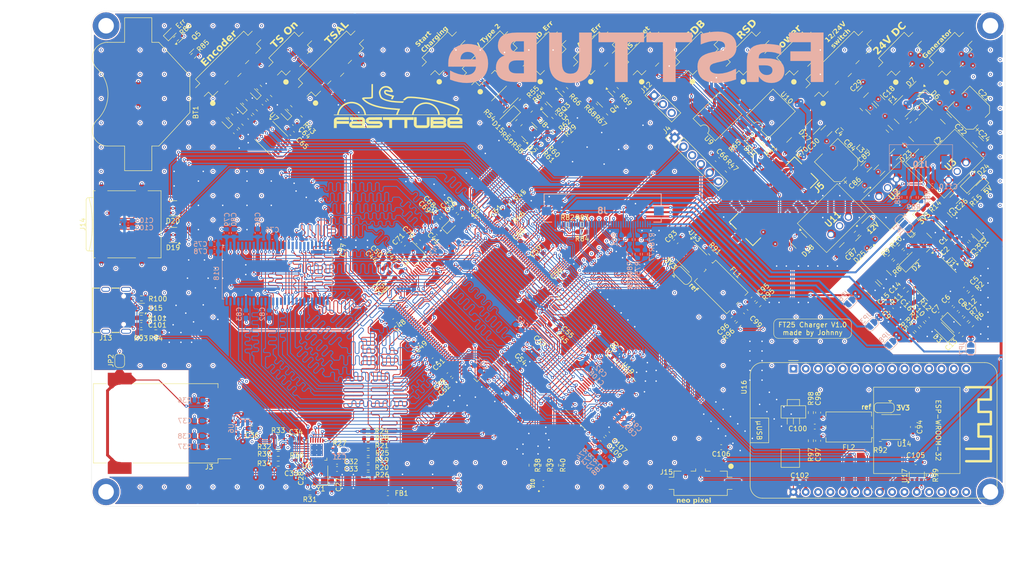
<source format=kicad_pcb>
(kicad_pcb
	(version 20241229)
	(generator "pcbnew")
	(generator_version "9.0")
	(general
		(thickness 1.6238)
		(legacy_teardrops no)
	)
	(paper "A4")
	(layers
		(0 "F.Cu" signal)
		(4 "In1.Cu" power)
		(6 "In2.Cu" power)
		(2 "B.Cu" signal)
		(9 "F.Adhes" user "F.Adhesive")
		(11 "B.Adhes" user "B.Adhesive")
		(13 "F.Paste" user)
		(15 "B.Paste" user)
		(5 "F.SilkS" user "F.Silkscreen")
		(7 "B.SilkS" user "B.Silkscreen")
		(1 "F.Mask" user)
		(3 "B.Mask" user)
		(17 "Dwgs.User" user "User.Drawings")
		(19 "Cmts.User" user "User.Comments")
		(21 "Eco1.User" user "User.Eco1")
		(23 "Eco2.User" user "User.Eco2")
		(25 "Edge.Cuts" user)
		(27 "Margin" user)
		(31 "F.CrtYd" user "F.Courtyard")
		(29 "B.CrtYd" user "B.Courtyard")
		(35 "F.Fab" user)
		(33 "B.Fab" user)
		(39 "User.1" user)
		(41 "User.2" user)
		(43 "User.3" user)
		(45 "User.4" user)
		(47 "User.5" user)
		(49 "User.6" user)
		(51 "User.7" user)
		(53 "User.8" user)
		(55 "User.9" user)
	)
	(setup
		(stackup
			(layer "F.SilkS"
				(type "Top Silk Screen")
			)
			(layer "F.Paste"
				(type "Top Solder Paste")
			)
			(layer "F.Mask"
				(type "Top Solder Mask")
				(thickness 0.01)
			)
			(layer "F.Cu"
				(type "copper")
				(thickness 0.035)
			)
			(layer "dielectric 1"
				(type "prepreg")
				(thickness 0.0994)
				(material "FR4")
				(epsilon_r 4.1)
				(loss_tangent 0.02)
			)
			(layer "In1.Cu"
				(type "copper")
				(thickness 0.035)
			)
			(layer "dielectric 2"
				(type "core")
				(thickness 1.265)
				(material "FR4")
				(epsilon_r 4.5)
				(loss_tangent 0.02)
			)
			(layer "In2.Cu"
				(type "copper")
				(thickness 0.035)
			)
			(layer "dielectric 3"
				(type "prepreg")
				(thickness 0.0994)
				(material "FR4")
				(epsilon_r 4.1)
				(loss_tangent 0.02)
			)
			(layer "B.Cu"
				(type "copper")
				(thickness 0.035)
			)
			(layer "B.Mask"
				(type "Bottom Solder Mask")
				(thickness 0.01)
			)
			(layer "B.Paste"
				(type "Bottom Solder Paste")
			)
			(layer "B.SilkS"
				(type "Bottom Silk Screen")
			)
			(copper_finish "None")
			(dielectric_constraints yes)
		)
		(pad_to_mask_clearance 0)
		(allow_soldermask_bridges_in_footprints no)
		(tenting front back)
		(pcbplotparams
			(layerselection 0x00000000_00000000_55555555_5755f5ff)
			(plot_on_all_layers_selection 0x00000000_00000000_00000000_00000000)
			(disableapertmacros no)
			(usegerberextensions no)
			(usegerberattributes yes)
			(usegerberadvancedattributes yes)
			(creategerberjobfile yes)
			(dashed_line_dash_ratio 12.000000)
			(dashed_line_gap_ratio 3.000000)
			(svgprecision 4)
			(plotframeref no)
			(mode 1)
			(useauxorigin no)
			(hpglpennumber 1)
			(hpglpenspeed 20)
			(hpglpendiameter 15.000000)
			(pdf_front_fp_property_popups yes)
			(pdf_back_fp_property_popups yes)
			(pdf_metadata yes)
			(pdf_single_document no)
			(dxfpolygonmode yes)
			(dxfimperialunits yes)
			(dxfusepcbnewfont yes)
			(psnegative no)
			(psa4output no)
			(plot_black_and_white yes)
			(plotinvisibletext no)
			(sketchpadsonfab no)
			(plotpadnumbers no)
			(hidednponfab no)
			(sketchdnponfab yes)
			(crossoutdnponfab yes)
			(subtractmaskfromsilk no)
			(outputformat 1)
			(mirror no)
			(drillshape 0)
			(scaleselection 1)
			(outputdirectory "Gerber/")
		)
	)
	(net 0 "")
	(net 1 "+3V3_FER")
	(net 2 "Earth")
	(net 3 "/Ethernet/LED_G")
	(net 4 "/Ethernet/LED_Y")
	(net 5 "GND")
	(net 6 "+3V3")
	(net 7 "+5V")
	(net 8 "/Power/3V3_Display")
	(net 9 "Net-(C5-Pad2)")
	(net 10 "Net-(U1-COMP)")
	(net 11 "Net-(U1-C1+)")
	(net 12 "Net-(U1-C1-)")
	(net 13 "Net-(U1-C2+)")
	(net 14 "Net-(U1-C2-)")
	(net 15 "Net-(U1-DRV)")
	(net 16 "Net-(U1-FB1)")
	(net 17 "Net-(U1-REF)")
	(net 18 "Net-(U1-VCOMIN)")
	(net 19 "+24V")
	(net 20 "Net-(U3-VI)")
	(net 21 "Net-(U2-VI)")
	(net 22 "/Peripherals/V_{ref2}")
	(net 23 "Net-(D1-A)")
	(net 24 "Net-(D15-K)")
	(net 25 "/IEC_Charging_Circuit/CP")
	(net 26 "/IEC_Charging_Circuit/PP")
	(net 27 "/Core/EV_Start_Charging")
	(net 28 "/Display/LCD_VGL")
	(net 29 "Net-(Q1-B)")
	(net 30 "Net-(Q2-G)")
	(net 31 "Net-(U1-FB3)")
	(net 32 "Net-(U1-FB2)")
	(net 33 "/IEC_Charging_Circuit/PWM_SENSE")
	(net 34 "/Core/Charging_Point_PWM")
	(net 35 "/Core/~{IMD_Error_LED}")
	(net 36 "/SDRAM/D9")
	(net 37 "/SDRAM/A11")
	(net 38 "/Core/~{AMS_Error_LED}")
	(net 39 "/SDRAM/D0")
	(net 40 "unconnected-(U4B-PC13-Pad8)")
	(net 41 "unconnected-(U4B-PD4-Pad146)")
	(net 42 "/Core/PCAP_RST")
	(net 43 "/Display/B5")
	(net 44 "unconnected-(U4B-PD13-Pad101)")
	(net 45 "/SDRAM/D14")
	(net 46 "/SDRAM/D2")
	(net 47 "/SDRAM/D4")
	(net 48 "/Core/OSC_in")
	(net 49 "/Core/SWCLK")
	(net 50 "unconnected-(U4B-PG3-Pad107)")
	(net 51 "/Display/R2")
	(net 52 "/SDRAM/A3")
	(net 53 "/SDRAM/D13")
	(net 54 "/Core/LCD_Reset")
	(net 55 "/Display/R0")
	(net 56 "/SDRAM/A2")
	(net 57 "/Display/R7")
	(net 58 "/Display/B4")
	(net 59 "/Core/AMS_Reset_in")
	(net 60 "/Core/AMS_Reset_out")
	(net 61 "/Core/SDC_out")
	(net 62 "/SDRAM/A0")
	(net 63 "unconnected-(U4B-PF8-Pad26)")
	(net 64 "/SDRAM/SDNE0")
	(net 65 "/Core/SWDIO")
	(net 66 "/SDRAM/A10")
	(net 67 "unconnected-(U4B-PH15-Pad130)")
	(net 68 "/Display/G0")
	(net 69 "/SDRAM/BA0")
	(net 70 "/Ethernet/RMII_TX_EN")
	(net 71 "/Core/NRST")
	(net 72 "/SDRAM/D12")
	(net 73 "/SDRAM/NBL0")
	(net 74 "/Display/B0")
	(net 75 "/Core/RMII_nRST")
	(net 76 "/Display/G2")
	(net 77 "/Display/R1")
	(net 78 "unconnected-(U4B-PI9-Pad11)")
	(net 79 "/SDRAM/SDNWE")
	(net 80 "/Ethernet/RMII_RXD1")
	(net 81 "/SDRAM/A9")
	(net 82 "/SDRAM/D11")
	(net 83 "unconnected-(U4B-PH12-Pad89)")
	(net 84 "/Display/DE")
	(net 85 "/Display/G3")
	(net 86 "/Display/CLK")
	(net 87 "/Peripherals/USART_RX")
	(net 88 "unconnected-(U4B-PD3-Pad145)")
	(net 89 "unconnected-(U4B-PI3-Pad134)")
	(net 90 "/Peripherals/USB_OTG_VBUS")
	(net 91 "/SDRAM/A4")
	(net 92 "/Display/B3")
	(net 93 "/Peripherals/SDMMC_D0")
	(net 94 "/SDRAM/D15")
	(net 95 "/SDRAM/D3")
	(net 96 "/Display/G4")
	(net 97 "/SDRAM/A7")
	(net 98 "unconnected-(U4E-PG2-Pad106)")
	(net 99 "Net-(U4F-BOOT0)")
	(net 100 "unconnected-(U4B-PD7-Pad151)")
	(net 101 "/Display/G7")
	(net 102 "/Core/LED_B")
	(net 103 "/Ethernet/RMII_MDIO")
	(net 104 "/Display/G1")
	(net 105 "/Display/R6")
	(net 106 "/SDRAM/D6")
	(net 107 "/SDRAM/A1")
	(net 108 "/SDRAM/D8")
	(net 109 "/Display/B6")
	(net 110 "/Display/R4")
	(net 111 "/Core/OSC_out")
	(net 112 "unconnected-(U4B-PF6-Pad24)")
	(net 113 "/SDRAM/A5")
	(net 114 "/Display/G6")
	(net 115 "/Peripherals/ESP_RX")
	(net 116 "unconnected-(U4B-PF9-Pad27)")
	(net 117 "/Display/G5")
	(net 118 "/Core/LED_G")
	(net 119 "/Display/R5")
	(net 120 "unconnected-(U4B-PF7-Pad25)")
	(net 121 "/Ethernet/RMII_TXD1")
	(net 122 "/SDRAM/D5")
	(net 123 "/Peripherals/SDMMC_CMD")
	(net 124 "/SDRAM/D1")
	(net 125 "Net-(U4A-VREF+)")
	(net 126 "/Display/B1")
	(net 127 "/Display/B7")
	(net 128 "unconnected-(U4B-PD11-Pad99)")
	(net 129 "/Ethernet/RMII_MDC")
	(net 130 "unconnected-(U4B-PD12-Pad100)")
	(net 131 "/Core/OSC32_in")
	(net 132 "/SDRAM/SDCLK")
	(net 133 "/Peripherals/USART_TX")
	(net 134 "unconnected-(U4B-PA10-Pad121)")
	(net 135 "/Core/LED_R")
	(net 136 "/SDRAM/SDCKE0")
	(net 137 "/Ethernet/RMII_RXD0")
	(net 138 "unconnected-(U4B-PH11-Pad88)")
	(net 139 "/Ethernet/RMII_CRS_DV")
	(net 140 "/Core/TRACESWO")
	(net 141 "/Display/HSYNC")
	(net 142 "/Ethernet/RMII_TXD0")
	(net 143 "/SDRAM/D10")
	(net 144 "/SDRAM/SDNCAS")
	(net 145 "/Display/R3")
	(net 146 "/Core/OSC32_out")
	(net 147 "/Display/VSYNC")
	(net 148 "/SDRAM/D7")
	(net 149 "unconnected-(U4B-PG9-Pad152)")
	(net 150 "/SDRAM/BA1")
	(net 151 "/SDRAM/SDNRAS")
	(net 152 "/SDRAM/A6")
	(net 153 "/SDRAM/NBL1")
	(net 154 "/Display/B2")
	(net 155 "/Ethernet/RMII_REF_CLK")
	(net 156 "/SDRAM/A8")
	(net 157 "unconnected-(U4B-PB2-Pad58)")
	(net 158 "/Ethernet/XTAL2")
	(net 159 "/Ethernet/XTAL1")
	(net 160 "/Peripherals/ESP_TX")
	(net 161 "/Peripherals/STM_CAN_TX")
	(net 162 "/Peripherals/STM_CAN_RX")
	(net 163 "/Peripherals/SDMMC_CK")
	(net 164 "/Peripherals/ESP_CAN_RX")
	(net 165 "/SDC_and_SCS/RSD_in")
	(net 166 "/SDC_and_SCS/RSD_out")
	(net 167 "/Peripherals/ESP_CAN_TX")
	(net 168 "/Display/LCD_VGH")
	(net 169 "Net-(D5-A)")
	(net 170 "Net-(D9-A)")
	(net 171 "/Core/SDC_in")
	(net 172 "Net-(Q3-G)")
	(net 173 "Net-(Q4-G)")
	(net 174 "/Core/SDC_enable")
	(net 175 "/Display/I2C_SDA")
	(net 176 "/Display/I2C_SCL")
	(net 177 "/Display/LCD_SELB")
	(net 178 "VDD")
	(net 179 "/Display/LCD_STBYB")
	(net 180 "Net-(J1-Pin_1)")
	(net 181 "/Display/LCD_U{slash}D")
	(net 182 "/Display/LCD_L{slash}R")
	(net 183 "/Display/RXIN0-")
	(net 184 "/Display/RXCLKIN+")
	(net 185 "/Display/RXIN0+")
	(net 186 "/Display/RXIN2-")
	(net 187 "/Display/RXIN1-")
	(net 188 "/Display/RXIN2+")
	(net 189 "/Display/RXIN3+")
	(net 190 "/Display/RXIN3-")
	(net 191 "/Display/RXIN1+")
	(net 192 "/Display/RXCLKIN-")
	(net 193 "Net-(J2-Pin_1)")
	(net 194 "Net-(U4F-PDR_ON)")
	(net 195 "/Peripherals/SDMMC_D1")
	(net 196 "/Peripherals/SDMMC_D2")
	(net 197 "/Peripherals/SDMMC_D3")
	(net 198 "/Core/SDC_Voltage")
	(net 199 "/Core/TSAL_Green")
	(net 200 "/Core/TS_on")
	(net 201 "/Peripherals/USB_OTG_DP")
	(net 202 "/Peripherals/USB_OTG_DN")
	(net 203 "/Peripherals/D-")
	(net 204 "/Peripherals/D+")
	(net 205 "/Core/PCAP_Int")
	(net 206 "/Display/LCD_VDD")
	(net 207 "/Core/Encoder_push")
	(net 208 "/Core/Encoder_A")
	(net 209 "/Core/Encoder_B")
	(net 210 "/Ethernet/RXN")
	(net 211 "/Ethernet/TXN")
	(net 212 "/Ethernet/RXP")
	(net 213 "/Ethernet/TXP")
	(net 214 "/Core/SDC_on")
	(net 215 "/Core/EncB_on")
	(net 216 "/Core/EncPush_on")
	(net 217 "/Core/EncA_on")
	(net 218 "Net-(D16-A)")
	(net 219 "Net-(D16-K)")
	(net 220 "Net-(D17-K)")
	(net 221 "Net-(D17-A)")
	(net 222 "/Display/LCD_AVDD")
	(net 223 "/Display/VCOM")
	(net 224 "Net-(D7-K)")
	(net 225 "unconnected-(U4B-PH9-Pad86)")
	(net 226 "unconnected-(U4B-PH6-Pad83)")
	(net 227 "unconnected-(U4B-PH7-Pad84)")
	(net 228 "Net-(D3-A)")
	(net 229 "Net-(J13-CC2)")
	(net 230 "Net-(U5-VDDCR)")
	(net 231 "Net-(C39-Pad1)")
	(net 232 "Net-(C45-Pad1)")
	(net 233 "Net-(D11-K)")
	(net 234 "Net-(D12-K)")
	(net 235 "Net-(D13-K)")
	(net 236 "Net-(D14-K)")
	(net 237 "Net-(U15-VBUS)")
	(net 238 "Net-(D2-A)")
	(net 239 "Net-(D8-A)")
	(net 240 "Net-(D10-BK)")
	(net 241 "Net-(D10-GK)")
	(net 242 "Net-(D10-RK)")
	(net 243 "Net-(D11-A)")
	(net 244 "Net-(U13-CANH)")
	(net 245 "Net-(U13-CANL)")
	(net 246 "Net-(U14-CANH)")
	(net 247 "Net-(U14-CANL)")
	(net 248 "Net-(J3-Pad11)")
	(net 249 "Net-(J3-Pad2)")
	(net 250 "unconnected-(J3-NC-Pad9)")
	(net 251 "Net-(J5-Pin_2)")
	(net 252 "Net-(J13-CC1)")
	(net 253 "unconnected-(J13-SBU2-PadB8)")
	(net 254 "unconnected-(J13-SBU1-PadA8)")
	(net 255 "Net-(Q2-D)")
	(net 256 "Net-(R29-Pad1)")
	(net 257 "Net-(J15-Pin_2)")
	(net 258 "Net-(JP4-C)")
	(net 259 "Net-(JP5-C)")
	(net 260 "Net-(R3-Pad2)")
	(net 261 "Net-(R8-Pad2)")
	(net 262 "/Peripherals/V_{ref1}")
	(net 263 "Net-(U5-RXD0{slash}MODE0)")
	(net 264 "Net-(U5-RXD1{slash}MODE1)")
	(net 265 "Net-(U5-CRS_DV{slash}MODE2)")
	(net 266 "Net-(U5-~{INT}{slash}REFCLKO)")
	(net 267 "Net-(U5-RXER{slash}PHYAD0)")
	(net 268 "Net-(U5-RBIAS)")
	(net 269 "Net-(U8--)")
	(net 270 "Net-(R65-Pad1)")
	(net 271 "Net-(R70-Pad2)")
	(net 272 "V_{In}")
	(net 273 "Net-(R75-Pad2)")
	(net 274 "Net-(U13-Rs)")
	(net 275 "Net-(U14-Rs)")
	(net 276 "Net-(U16-D21)")
	(net 277 "unconnected-(U7-Pad12)")
	(net 278 "unconnected-(U7-Pad10)")
	(net 279 "unconnected-(U9-Pad3)")
	(net 280 "unconnected-(U10-Pad3)")
	(net 281 "unconnected-(U10-Pad5)")
	(net 282 "unconnected-(U16-D26-Pad7)")
	(net 283 "unconnected-(U16-D2-Pad27)")
	(net 284 "unconnected-(U16-VIN-Pad1)")
	(net 285 "unconnected-(U16-D34-Pad12)")
	(net 286 "unconnected-(U16-D39{slash}VN-Pad13)")
	(net 287 "unconnected-(U16-D19-Pad21)")
	(net 288 "unconnected-(U16-D36{slash}VP-Pad14)")
	(net 289 "unconnected-(U16-TX0{slash}D1-Pad18)")
	(net 290 "unconnected-(U16-D14-Pad5)")
	(net 291 "unconnected-(U16-D25-Pad8)")
	(net 292 "unconnected-(U16-D15-Pad28)")
	(net 293 "unconnected-(U16-D13-Pad3)")
	(net 294 "unconnected-(U16-D23-Pad16)")
	(net 295 "unconnected-(U16-D27-Pad6)")
	(net 296 "unconnected-(U16-EN-Pad15)")
	(net 297 "unconnected-(U16-D33-Pad9)")
	(net 298 "unconnected-(U16-D22-Pad17)")
	(net 299 "unconnected-(U16-D35-Pad11)")
	(net 300 "unconnected-(U16-D18-Pad22)")
	(net 301 "unconnected-(U16-D12-Pad4)")
	(net 302 "unconnected-(U16-D32-Pad10)")
	(net 303 "unconnected-(U16-RX0{slash}D3-Pad19)")
	(net 304 "unconnected-(U17-NC-Pad1)")
	(net 305 "Net-(BT1-+)")
	(net 306 "VBAT")
	(net 307 "Net-(D22-A)")
	(net 308 "Net-(Q5-G)")
	(net 309 "unconnected-(U18-NC-Pad40)")
	(net 310 "unconnected-(U18-NC-Pad36)")
	(net 311 "Net-(U11-VI)")
	(net 312 "Net-(D25-K)")
	(net 313 "Net-(D26-A)")
	(net 314 "+12V")
	(net 315 "unconnected-(J8-Pin_37-Pad37)")
	(net 316 "unconnected-(J8-Pin_23-Pad23)")
	(net 317 "unconnected-(J8-Pin_26-Pad26)")
	(net 318 "Net-(J8-Pin_35)")
	(net 319 "unconnected-(J8-Pin_27-Pad27)")
	(net 320 "unconnected-(J8-Pin_24-Pad24)")
	(net 321 "Net-(J8-Pin_38)")
	(net 322 "unconnected-(J8-Pin_4-Pad4)")
	(net 323 "Net-(J8-Pin_29)")
	(net 324 "Net-(J8-Pin_1)")
	(net 325 "unconnected-(J8-Pin_36-Pad36)")
	(net 326 "Net-(U19-CLKSEL)")
	(net 327 "Net-(U19-~{SHTDN})")
	(net 328 "Net-(R76-Pad2)")
	(net 329 "/Core/CAN+")
	(net 330 "/Core/CAN-")
	(footprint "Capacitor_SMD:C_1206_3216Metric" (layer "F.Cu") (at 218.05 68.997055 -45))
	(footprint "Capacitor_SMD:C_0603_1608Metric" (layer "F.Cu") (at 217.599138 91.659104 45))
	(footprint "Package_SO:SOIC-8_3.9x4.9mm_P1.27mm" (layer "F.Cu") (at 214.55 127.660001 180))
	(footprint "Resistor_SMD:R_0603_1608Metric" (layer "F.Cu") (at 106.95 137.5))
	(footprint "Capacitor_SMD:C_0603_1608Metric" (layer "F.Cu") (at 158.3 112.25 45))
	(footprint "Capacitor_SMD:C_1206_3216Metric" (layer "F.Cu") (at 232.45 68.897055 -45))
	(footprint "Capacitor_SMD:C_0603_1608Metric" (layer "F.Cu") (at 91.3 67.197055 135))
	(footprint "Package_TO_SOT_SMD:SOT-23" (layer "F.Cu") (at 69.49055 49.123915 45))
	(footprint "Capacitor_SMD:C_0603_1608Metric" (layer "F.Cu") (at 218.670709 101.512049 -45))
	(footprint "Charger:ESP32-WROOM-32-DevKit-30Pin" (layer "F.Cu") (at 194.45 115.650001 -90))
	(footprint "LED_SMD:LED_0603_1608Metric" (layer "F.Cu") (at 66.35 46.55 45))
	(footprint "Inductor_SMD:L_Wuerth_WE-PD2-Typ-MS" (layer "F.Cu") (at 211.8 68.697055 -45))
	(footprint "Package_TO_SOT_SMD:SOT-23-3" (layer "F.Cu") (at 155.728751 60.125806 -45))
	(footprint "Resistor_SMD:R_0603_1608Metric" (layer "F.Cu") (at 88.425 131.675 180))
	(footprint "Package_DIP:SMDIP-6_W9.53mm" (layer "F.Cu") (at 178.828751 63.675806 135))
	(footprint "FaSTTUBe_connectors:Micro_Mate-N-Lok_2p_vertical" (layer "F.Cu") (at 226.8 50.8 -135))
	(footprint "Resistor_SMD:R_0603_1608Metric" (layer "F.Cu") (at 187.260986 102.407037 45))
	(footprint "Resistor_SMD:R_0603_1608Metric" (layer "F.Cu") (at 60.2725 101.16 180))
	(footprint "Diode_SMD:D_SOD-123" (layer "F.Cu") (at 222.6 60.547055 -45))
	(footprint "Package_SO:TSSOP-56_6.1x14mm_P0.5mm" (layer "F.Cu") (at 154.773231 121.177037 -45))
	(footprint "Inductor_SMD:L_0603_1608Metric" (layer "F.Cu") (at 111 141.3 180))
	(footprint "Resistor_SMD:R_0603_1608Metric" (layer "F.Cu") (at 60.2475 108.16))
	(footprint "Inductor_SMD:L_Wuerth_WE-PD2-Typ-MS" (layer "F.Cu") (at 221.75 66.297055 45))
	(footprint "LED_SMD:LED_0603_1608Metric" (layer "F.Cu") (at 220.356847 62.390208 -135))
	(footprint "Capacitor_SMD:CP_Elec_6.3x7.7" (layer "F.Cu") (at 230.75 62.247055 135))
	(footprint "Capacitor_SMD:C_0603_1608Metric"
		(layer "F.Cu")
		(uuid "1d844bf8-48e4-4879-b840-b8f1bbda8b2e")
		(at 199.55 124.685001 90)
		(descr "Capacitor SMD 0603 (1608 Metric), square (rectangular) end terminal, IPC_7351 nominal, (Body size source: IPC-SM-782 page 76, https://www.pcb-3d.com/wordpress/wp-content/uploads/ipc-sm-782a_amendment_1_and_2.pdf), generated with kicad-footprint-generator")
		(tags "capacitor")
		(property "Reference" "C98"
			(at 2.890001 0 90)
			(layer "F.SilkS")
			(uuid "d5c71e0f-6198-475f-aa28-d888e2e68b9b")
			(effects
				(font
					(size 1 1)
					(thickness 0.15)
				)
			)
		)
		(property "Value" "100p"
			(at 0 1.43 90)
			(layer "F.Fab")
			(uuid "67249af2-27f7-4ffb-82ba-0f26a698a57b")
			(effects
				(font
					(size 1 1)
					(thickness 0.15)
				)
			)
		)
		(property "Datasheet" ""
			(at 0 0 90)
			(unlocked yes)
			(layer "F.Fab")
			(hide yes)
			(uuid "0a19e9b6-763f-4913-92f2-02681f2d5ef2")
			(effects
				(font
					(size 1.27 1.27)
					(thickness 0.15)
				)
			)
		)
		(property "Description" "Unpolarized capacitor, small symbol"
			(at 0 0 90)
			(
... [9773863 chars truncated]
</source>
